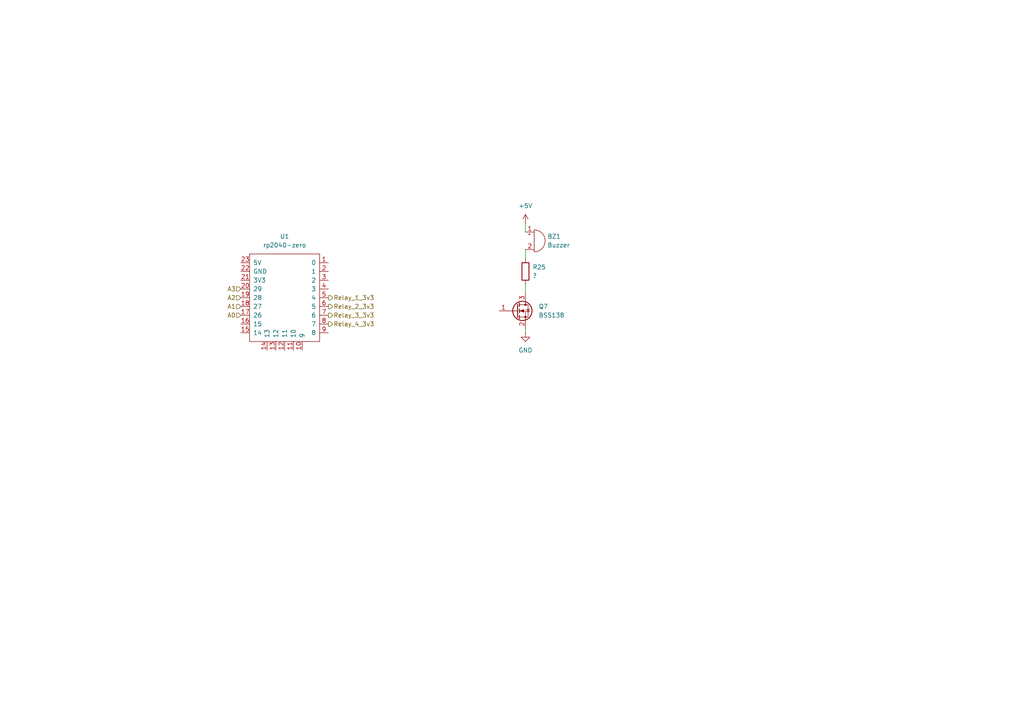
<source format=kicad_sch>
(kicad_sch (version 20231120) (generator "eeschema") (generator_version "8.0")
  (paper "A4")
  (lib_symbols
    (symbol "Device:Buzzer" (pin_names (offset 0.0254) hide)
      (property "Reference" "BZ" (at 3.81 1.27 0))
      (property "Value" "Buzzer" (at 3.81 -1.27 0))
      (symbol "Buzzer_0_1"
        (arc (start 0 -3.175) (mid 3.1612 0) (end 0 3.175))
        (polyline (pts (xy -1.651 1.905) (xy -1.143 1.905)))
        (polyline (pts (xy -1.397 2.159) (xy -1.397 1.651)))
        (polyline (pts (xy 0 3.175) (xy 0 -3.175)))
      )
      (symbol "Buzzer_1_1"
        (pin passive line (at -2.54 2.54 0) (length 2.54) (name "+") (number "1"))
        (pin passive line (at -2.54 -2.54 0) (length 2.54) (name "-") (number "2"))
      )
    )
    (symbol "Device:R" (pin_numbers hide) (pin_names (offset 0))
      (property "Reference" "R" (at 2.032 0 90))
      (property "Value" "R" (at 0 0 90))
      (symbol "R_0_1"
        (rectangle (start -1.016 -2.54) (end 1.016 2.54) (stroke (width 0.254)))
      )
      (symbol "R_1_1"
        (pin passive line (at 0 3.81 270) (length 1.27) (name "~") (number "1"))
        (pin passive line (at 0 -3.81 90) (length 1.27) (name "~") (number "2"))
      )
    )
    (symbol "Transistor_FET:BSS138" (pin_names hide)
      (property "Reference" "Q" (at 5.08 1.905 0))
      (property "Value" "BSS138" (at 5.08 0 0))
      (symbol "BSS138_0_1"
        (polyline (pts (xy 0.254 0) (xy -2.54 0)))
        (polyline (pts (xy 0.254 1.905) (xy 0.254 -1.905)) (stroke (width 0.254)))
        (polyline (pts (xy 0.762 -1.27) (xy 0.762 -2.286)) (stroke (width 0.254)))
        (polyline (pts (xy 0.762 0.508) (xy 0.762 -0.508)) (stroke (width 0.254)))
        (polyline (pts (xy 0.762 2.286) (xy 0.762 1.27)) (stroke (width 0.254)))
        (polyline (pts (xy 2.54 2.54) (xy 2.54 1.778)))
        (polyline (pts (xy 2.54 -2.54) (xy 2.54 0) (xy 0.762 0)))
        (polyline (pts (xy 0.762 -1.778) (xy 3.302 -1.778) (xy 3.302 1.778) (xy 0.762 1.778)))
        (polyline (pts (xy 1.016 0) (xy 2.032 0.381) (xy 2.032 -0.381) (xy 1.016 0)) (fill (type outline)))
        (polyline (pts (xy 2.794 0.508) (xy 2.921 0.381) (xy 3.683 0.381) (xy 3.81 0.254)))
        (polyline (pts (xy 3.302 0.381) (xy 2.921 -0.254) (xy 3.683 -0.254) (xy 3.302 0.381)))
        (circle (center 1.651 0) (radius 2.794) (stroke (width 0.254)))
        (circle (center 2.54 -1.778) (radius 0.254) (fill (type outline)))
        (circle (center 2.54 1.778) (radius 0.254) (fill (type outline)))
      )
      (symbol "BSS138_1_1"
        (pin input line (at -5.08 0 0) (length 2.54) (name "G") (number "1"))
        (pin passive line (at 2.54 -5.08 90) (length 2.54) (name "S") (number "2"))
        (pin passive line (at 2.54 5.08 270) (length 2.54) (name "D") (number "3"))
      )
    )
    (symbol "mcu:rp2040-zero" (pin_names (offset 1.016))
      (property "Reference" "U" (at 0 15.24 0))
      (property "Value" "rp2040-zero" (at 0 12.7 0))
      (symbol "rp2040-zero_0_1"
        (rectangle (start -10.16 11.43) (end 10.16 -13.97))
      )
      (symbol "rp2040-zero_1_1"
        (pin bidirectional line (at 12.7 8.89 180) (length 2.54) (name "0") (number "1"))
        (pin bidirectional line (at 5.08 -16.51 90) (length 2.54) (name "9") (number "10"))
        (pin bidirectional line (at 2.54 -16.51 90) (length 2.54) (name "10") (number "11"))
        (pin bidirectional line (at 0 -16.51 90) (length 2.54) (name "11") (number "12"))
        (pin bidirectional line (at -2.54 -16.51 90) (length 2.54) (name "12") (number "13"))
        (pin bidirectional line (at -5.08 -16.51 90) (length 2.54) (name "13") (number "14"))
        (pin bidirectional line (at -12.7 -11.43 0) (length 2.54) (name "14") (number "15"))
        (pin bidirectional line (at -12.7 -8.89 0) (length 2.54) (name "15") (number "16"))
        (pin bidirectional line (at -12.7 -6.35 0) (length 2.54) (name "26") (number "17"))
        (pin bidirectional line (at -12.7 -3.81 0) (length 2.54) (name "27") (number "18"))
        (pin bidirectional line (at -12.7 -1.27 0) (length 2.54) (name "28") (number "19"))
        (pin bidirectional line (at 12.7 6.35 180) (length 2.54) (name "1") (number "2"))
        (pin bidirectional line (at -12.7 1.27 0) (length 2.54) (name "29") (number "20"))
        (pin power_out line (at -12.7 3.81 0) (length 2.54) (name "3V3") (number "21"))
        (pin power_out line (at -12.7 6.35 0) (length 2.54) (name "GND") (number "22"))
        (pin power_out line (at -12.7 8.89 0) (length 2.54) (name "5V") (number "23"))
        (pin bidirectional line (at 12.7 3.81 180) (length 2.54) (name "2") (number "3"))
        (pin bidirectional line (at 12.7 1.27 180) (length 2.54) (name "3") (number "4"))
        (pin bidirectional line (at 12.7 -1.27 180) (length 2.54) (name "4") (number "5"))
        (pin bidirectional line (at 12.7 -3.81 180) (length 2.54) (name "5") (number "6"))
        (pin bidirectional line (at 12.7 -6.35 180) (length 2.54) (name "6") (number "7"))
        (pin bidirectional line (at 12.7 -8.89 180) (length 2.54) (name "7") (number "8"))
        (pin bidirectional line (at 12.7 -11.43 180) (length 2.54) (name "8") (number "9"))
      )
    )
    (symbol "power:+5V" (power) (pin_numbers hide) (pin_names (offset 0) hide)
      (property "Value" "+5V" (at 0 3.556 0))
      (symbol "+5V_0_1"
        (polyline (pts (xy -0.762 1.27) (xy 0 2.54)))
        (polyline (pts (xy 0 0) (xy 0 2.54)))
        (polyline (pts (xy 0 2.54) (xy 0.762 1.27)))
      )
      (symbol "+5V_1_1"
        (pin power_in line (at 0 0 90) (length 0) (name "~") (number "1"))
      )
    )
    (symbol "power:GND" (power) (pin_numbers hide) (pin_names (offset 0) hide)
      (property "Value" "GND" (at 0 -3.81 0))
      (symbol "GND_0_1"
        (polyline (pts (xy 0 0) (xy 0 -1.27) (xy 1.27 -1.27) (xy 0 -2.54) (xy -1.27 -1.27) (xy 0 -1.27)))
      )
      (symbol "GND_1_1"
        (pin power_in line (at 0 0 270) (length 0) (name "~") (number "1"))
      )
    )
  )
  (wire (pts (xy 152.4 74.93) (xy 152.4 72.39)))
  (wire (pts (xy 152.4 96.52) (xy 152.4 95.25)))
  (wire (pts (xy 152.4 82.55) (xy 152.4 85.09)))
  (wire (pts (xy 152.4 64.77) (xy 152.4 67.31)))
  (hierarchical_label "A3" (shape input) (at 69.85 83.82 180))
  (hierarchical_label "A0" (shape input) (at 69.85 91.44 180))
  (hierarchical_label "Relay_1_3v3" (shape output) (at 95.25 86.36 0))
  (hierarchical_label "Relay_4_3v3" (shape output) (at 95.25 93.98 0))
  (hierarchical_label "Relay_2_3v3" (shape output) (at 95.25 88.9 0))
  (hierarchical_label "Relay_3_3v3" (shape output) (at 95.25 91.44 0))
  (hierarchical_label "A2" (shape input) (at 69.85 86.36 180))
  (hierarchical_label "A1" (shape input) (at 69.85 88.9 180))
  (symbol (lib_id "Device:Buzzer") (at 154.94 69.85 0) (unit 1)
    (property "Reference" "BZ1" (at 158.75 68.5799 0) (effects (justify left)))
    (property "Value" "Buzzer" (at 158.75 71.1199 0) (effects (justify left)))
    (property "Footprint" "Buzzer_Beeper:MagneticBuzzer_ProSignal_ABT-410-RC" (effects (hide yes)))
    (property "Description" "Buzzer, polarized" (effects (hide yes)))
  )
  (symbol (lib_id "power:GND") (at 152.4 96.52 0) (unit 1)
    (property "Reference" "#PWR037" (effects (hide yes)))
    (property "Value" "GND" (at 152.4 101.6 0))
    (property "Description" "Power symbol creates a global label with name \"GND\" , ground" (effects (hide yes)))
  )
  (symbol (lib_id "mcu:rp2040-zero") (at 82.55 85.09 0) (unit 1) (exclude_from_sim yes)
    (property "Reference" "U1" (at 82.55 68.58 0))
    (property "Value" "rp2040-zero" (at 82.55 71.12 0))
    (property "Footprint" "lib:rp2040-zero-tht" (effects (hide yes)))
  )
  (symbol (lib_id "Device:R") (at 152.4 78.74 0) (unit 1)
    (property "Reference" "R25" (at 154.449 77.4699 0) (effects (justify left)))
    (property "Value" "?" (at 154.449 80.0099 0) (effects (justify left)))
    (property "Footprint" "Resistor_SMD:R_0805_2012Metric_Pad1.20x1.40mm_HandSolder" (effects (hide yes)))
    (property "Description" "Resistor" (effects (hide yes)))
  )
  (symbol (lib_id "Transistor_FET:BSS138") (at 149.86 90.17 0) (unit 1)
    (property "Reference" "Q7" (at 156.21 88.8999 0) (effects (justify left)))
    (property "Value" "BSS138" (at 156.21 91.4399 0) (effects (justify left)))
    (property "Footprint" "lib:SOT-323_SC-70_large_drain" (effects (hide yes)))
    (property "Datasheet" "https://www.onsemi.com/pub/Collateral/BSS138-D.PDF" (effects (hide yes)))
    (property "Description" "50V Vds, 0.22A Id, N-Channel MOSFET, SOT-23" (effects (hide yes)))
  )
  (symbol (lib_id "power:+5V") (at 152.4 64.77 0) (unit 1)
    (property "Reference" "#PWR036" (effects (hide yes)))
    (property "Value" "+5V" (at 152.4 59.69 0))
    (property "Description" "Power symbol creates a global label with name \"+5V\"" (effects (hide yes)))
  )
)
</source>
